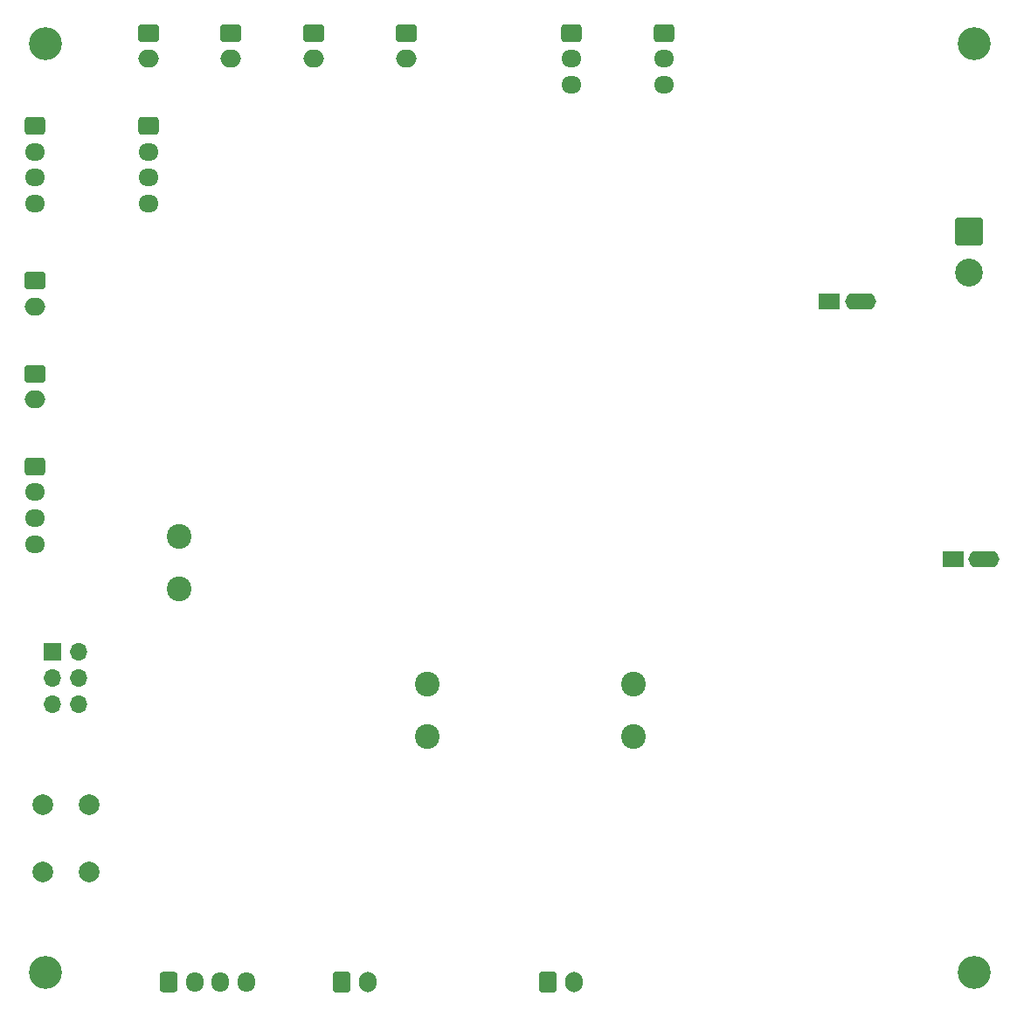
<source format=gbr>
%TF.GenerationSoftware,KiCad,Pcbnew,9.0.2*%
%TF.CreationDate,2025-07-08T15:17:27+08:00*%
%TF.ProjectId,SSRU_v3,53535255-5f76-4332-9e6b-696361645f70,rev?*%
%TF.SameCoordinates,Original*%
%TF.FileFunction,Soldermask,Bot*%
%TF.FilePolarity,Negative*%
%FSLAX46Y46*%
G04 Gerber Fmt 4.6, Leading zero omitted, Abs format (unit mm)*
G04 Created by KiCad (PCBNEW 9.0.2) date 2025-07-08 15:17:27*
%MOMM*%
%LPD*%
G01*
G04 APERTURE LIST*
G04 Aperture macros list*
%AMRoundRect*
0 Rectangle with rounded corners*
0 $1 Rounding radius*
0 $2 $3 $4 $5 $6 $7 $8 $9 X,Y pos of 4 corners*
0 Add a 4 corners polygon primitive as box body*
4,1,4,$2,$3,$4,$5,$6,$7,$8,$9,$2,$3,0*
0 Add four circle primitives for the rounded corners*
1,1,$1+$1,$2,$3*
1,1,$1+$1,$4,$5*
1,1,$1+$1,$6,$7*
1,1,$1+$1,$8,$9*
0 Add four rect primitives between the rounded corners*
20,1,$1+$1,$2,$3,$4,$5,0*
20,1,$1+$1,$4,$5,$6,$7,0*
20,1,$1+$1,$6,$7,$8,$9,0*
20,1,$1+$1,$8,$9,$2,$3,0*%
G04 Aperture macros list end*
%ADD10C,2.400000*%
%ADD11RoundRect,0.250000X-0.750000X0.600000X-0.750000X-0.600000X0.750000X-0.600000X0.750000X0.600000X0*%
%ADD12O,2.000000X1.700000*%
%ADD13RoundRect,0.250000X-0.600000X-0.725000X0.600000X-0.725000X0.600000X0.725000X-0.600000X0.725000X0*%
%ADD14O,1.700000X1.950000*%
%ADD15RoundRect,0.250000X-0.600000X-0.750000X0.600000X-0.750000X0.600000X0.750000X-0.600000X0.750000X0*%
%ADD16O,1.700000X2.000000*%
%ADD17R,1.700000X1.700000*%
%ADD18O,1.700000X1.700000*%
%ADD19C,3.200000*%
%ADD20RoundRect,0.250000X-0.725000X0.600000X-0.725000X-0.600000X0.725000X-0.600000X0.725000X0.600000X0*%
%ADD21O,1.950000X1.700000*%
%ADD22R,2.000000X1.600000*%
%ADD23O,3.000000X1.600000*%
%ADD24RoundRect,0.250001X-1.099999X1.099999X-1.099999X-1.099999X1.099999X-1.099999X1.099999X1.099999X0*%
%ADD25C,2.700000*%
%ADD26C,2.000000*%
G04 APERTURE END LIST*
D10*
%TO.C,Y1*%
X118000000Y-107893282D03*
X118000000Y-102813282D03*
%TD*%
D11*
%TO.C,J23*%
X123000000Y-54000000D03*
D12*
X123000000Y-56500000D03*
%TD*%
D13*
%TO.C,J31*%
X117000000Y-146000000D03*
D14*
X119500000Y-146000000D03*
X122000000Y-146000000D03*
X124500000Y-146000000D03*
%TD*%
D15*
%TO.C,J21*%
X133739258Y-146000000D03*
D16*
X136239258Y-146000000D03*
%TD*%
D17*
%TO.C,J1*%
X105725000Y-113920000D03*
D18*
X108265000Y-113920000D03*
X105725000Y-116460000D03*
X108265000Y-116460000D03*
X105725000Y-119000000D03*
X108265000Y-119000000D03*
%TD*%
D11*
%TO.C,J20*%
X115000000Y-54000000D03*
D12*
X115000000Y-56500000D03*
%TD*%
D19*
%TO.C,H4*%
X195000000Y-145000000D03*
%TD*%
%TO.C,H3*%
X195000000Y-55000000D03*
%TD*%
D11*
%TO.C,J25*%
X131000000Y-54000000D03*
D12*
X131000000Y-56500000D03*
%TD*%
D15*
%TO.C,J11*%
X153739258Y-146000000D03*
D16*
X156239258Y-146000000D03*
%TD*%
D11*
%TO.C,J30*%
X140000000Y-54000000D03*
D12*
X140000000Y-56500000D03*
%TD*%
D11*
%TO.C,J5*%
X104000000Y-87000000D03*
D12*
X104000000Y-89500000D03*
%TD*%
D20*
%TO.C,J32*%
X104000000Y-96000000D03*
D21*
X104000000Y-98500000D03*
X104000000Y-101000000D03*
X104000000Y-103500000D03*
%TD*%
D19*
%TO.C,H2*%
X105000000Y-145000000D03*
%TD*%
D20*
%TO.C,J26*%
X156000000Y-54000000D03*
D21*
X156000000Y-56500000D03*
X156000000Y-59000000D03*
%TD*%
D11*
%TO.C,J4*%
X104000000Y-78000000D03*
D12*
X104000000Y-80500000D03*
%TD*%
D22*
%TO.C,C11*%
X193000000Y-105000000D03*
D23*
X196000000Y-105000000D03*
%TD*%
D19*
%TO.C,H1*%
X105000000Y-55000000D03*
%TD*%
D20*
%TO.C,J27*%
X165000000Y-54000000D03*
D21*
X165000000Y-56500000D03*
X165000000Y-59000000D03*
%TD*%
D10*
%TO.C,Y3*%
X162000000Y-122193282D03*
X162000000Y-117113282D03*
%TD*%
%TO.C,Y4*%
X142000000Y-122193282D03*
X142000000Y-117113282D03*
%TD*%
D22*
%TO.C,C7*%
X181000000Y-80000000D03*
D23*
X184000000Y-80000000D03*
%TD*%
D20*
%TO.C,J22*%
X104000000Y-63000000D03*
D21*
X104000000Y-65500000D03*
X104000000Y-68000000D03*
X104000000Y-70500000D03*
%TD*%
D20*
%TO.C,J24*%
X115000000Y-63000000D03*
D21*
X115000000Y-65500000D03*
X115000000Y-68000000D03*
X115000000Y-70500000D03*
%TD*%
D24*
%TO.C,J3*%
X194550000Y-73242500D03*
D25*
X194550000Y-77202500D03*
%TD*%
D26*
%TO.C,SW1*%
X109250000Y-128750000D03*
X109250000Y-135250000D03*
X104750000Y-128750000D03*
X104750000Y-135250000D03*
%TD*%
M02*

</source>
